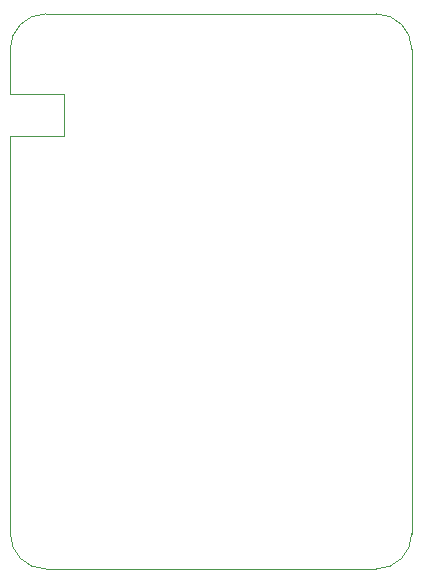
<source format=gbr>
%TF.GenerationSoftware,Altium Limited,Altium Designer,23.9.2 (47)*%
G04 Layer_Color=0*
%FSLAX45Y45*%
%MOMM*%
%TF.SameCoordinates,C6D65D71-24B2-464F-8DE7-77A712877E08*%
%TF.FilePolarity,Positive*%
%TF.FileFunction,Profile,NP*%
%TF.Part,Single*%
G01*
G75*
%TA.AperFunction,Profile*%
%ADD155C,0.02540*%
D155*
X25000Y372500D02*
X25000Y3740000D01*
X477500D01*
Y4095000D01*
X25000D01*
Y4472501D01*
D02*
G02*
X325000Y4772500I300000J0D01*
G01*
X3125000Y4772500D01*
D02*
G02*
X3425000Y4472500I0J-300000D01*
G01*
Y372500D01*
D02*
G02*
X3125000Y72500I-300000J0D01*
G01*
X325000D01*
D02*
G02*
X25000Y372500I0J300000D01*
G01*
%TF.MD5,cb19752dfb1ca96643c44fdd892fa506*%
M02*

</source>
